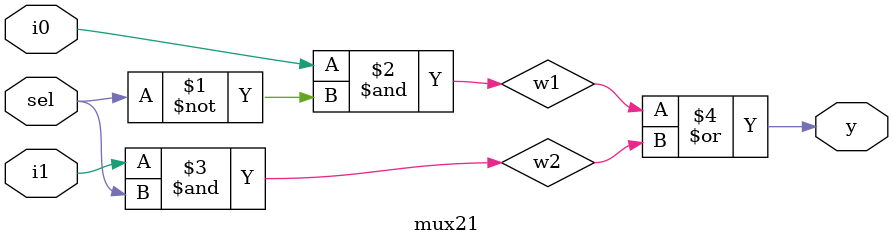
<source format=v>
module mux21 (y, sel, i0, i1);
    input sel, i0, i1;
    output y;
    //not g0(selb, sel);
    and g1(w1, i0, ~sel);
    and g2(w2, i1, sel);
    or g3(y, w1, w2);
    
endmodule
</source>
